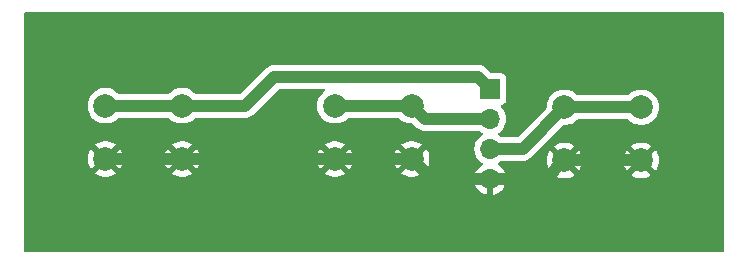
<source format=gbr>
%TF.GenerationSoftware,KiCad,Pcbnew,8.0.5*%
%TF.CreationDate,2025-05-30T10:51:22-05:00*%
%TF.ProjectId,ULACIT 2025 Button,554c4143-4954-4203-9230-323520427574,rev?*%
%TF.SameCoordinates,Original*%
%TF.FileFunction,Copper,L1,Top*%
%TF.FilePolarity,Positive*%
%FSLAX46Y46*%
G04 Gerber Fmt 4.6, Leading zero omitted, Abs format (unit mm)*
G04 Created by KiCad (PCBNEW 8.0.5) date 2025-05-30 10:51:22*
%MOMM*%
%LPD*%
G01*
G04 APERTURE LIST*
%TA.AperFunction,ComponentPad*%
%ADD10C,2.000000*%
%TD*%
%TA.AperFunction,ComponentPad*%
%ADD11R,1.700000X1.700000*%
%TD*%
%TA.AperFunction,ComponentPad*%
%ADD12O,1.700000X1.700000*%
%TD*%
%TA.AperFunction,Conductor*%
%ADD13C,1.000000*%
%TD*%
G04 APERTURE END LIST*
D10*
%TO.P,SW2,1,1*%
%TO.N,GND*%
X56209000Y-39588000D03*
X49709000Y-39588000D03*
%TO.P,SW2,2,2*%
%TO.N,Net-(J5-Pin_2)*%
X56209000Y-35088000D03*
X49709000Y-35088000D03*
%TD*%
%TO.P,SW3,1,1*%
%TO.N,GND*%
X75640000Y-39715000D03*
X69140000Y-39715000D03*
%TO.P,SW3,2,2*%
%TO.N,Net-(J5-Pin_3)*%
X75640000Y-35215000D03*
X69140000Y-35215000D03*
%TD*%
%TO.P,SW1,1,1*%
%TO.N,GND*%
X36778000Y-39588000D03*
X30278000Y-39588000D03*
%TO.P,SW1,2,2*%
%TO.N,Net-(J5-Pin_1)*%
X36778000Y-35088000D03*
X30278000Y-35088000D03*
%TD*%
D11*
%TO.P,J5,1,Pin_1*%
%TO.N,Net-(J5-Pin_1)*%
X62865000Y-33665000D03*
D12*
%TO.P,J5,2,Pin_2*%
%TO.N,Net-(J5-Pin_2)*%
X62865000Y-36205000D03*
%TO.P,J5,3,Pin_3*%
%TO.N,Net-(J5-Pin_3)*%
X62865000Y-38745000D03*
%TO.P,J5,4,Pin_4*%
%TO.N,GND*%
X62865000Y-41285000D03*
%TD*%
D13*
%TO.N,GND*%
X62865000Y-41285000D02*
X67570000Y-41285000D01*
X57906000Y-41285000D02*
X56209000Y-39588000D01*
X49709000Y-39588000D02*
X56209000Y-39588000D01*
X75640000Y-39715000D02*
X69140000Y-39715000D01*
X30278000Y-39588000D02*
X36778000Y-39588000D01*
X62865000Y-41285000D02*
X57906000Y-41285000D01*
X67570000Y-41285000D02*
X69140000Y-39715000D01*
X36778000Y-39588000D02*
X49709000Y-39588000D01*
%TO.N,Net-(J5-Pin_3)*%
X69140000Y-35215000D02*
X75640000Y-35215000D01*
X65610000Y-38745000D02*
X69140000Y-35215000D01*
X62865000Y-38745000D02*
X65610000Y-38745000D01*
%TO.N,Net-(J5-Pin_1)*%
X36778000Y-35088000D02*
X42128000Y-35088000D01*
X42128000Y-35088000D02*
X44577000Y-32639000D01*
X61839000Y-32639000D02*
X62865000Y-33665000D01*
X44577000Y-32639000D02*
X61839000Y-32639000D01*
X30278000Y-35088000D02*
X36778000Y-35088000D01*
%TO.N,Net-(J5-Pin_2)*%
X56209000Y-35088000D02*
X57326000Y-36205000D01*
X57326000Y-36205000D02*
X62865000Y-36205000D01*
X49709000Y-35088000D02*
X56209000Y-35088000D01*
%TD*%
%TA.AperFunction,Conductor*%
%TO.N,GND*%
G36*
X82602139Y-27190185D02*
G01*
X82647894Y-27242989D01*
X82659100Y-27294500D01*
X82659100Y-47330700D01*
X82639415Y-47397739D01*
X82586611Y-47443494D01*
X82535100Y-47454700D01*
X23484500Y-47454700D01*
X23417461Y-47435015D01*
X23371706Y-47382211D01*
X23360500Y-47330700D01*
X23360500Y-39587994D01*
X28772859Y-39587994D01*
X28772859Y-39588005D01*
X28793385Y-39835729D01*
X28793387Y-39835738D01*
X28854412Y-40076717D01*
X28954266Y-40304364D01*
X29054564Y-40457882D01*
X29754212Y-39758234D01*
X29765482Y-39800292D01*
X29837890Y-39925708D01*
X29940292Y-40028110D01*
X30065708Y-40100518D01*
X30107765Y-40111787D01*
X29407942Y-40811609D01*
X29454768Y-40848055D01*
X29454770Y-40848056D01*
X29673385Y-40966364D01*
X29673396Y-40966369D01*
X29908506Y-41047083D01*
X30153707Y-41088000D01*
X30402293Y-41088000D01*
X30647493Y-41047083D01*
X30882603Y-40966369D01*
X30882614Y-40966364D01*
X31101228Y-40848057D01*
X31101231Y-40848055D01*
X31148056Y-40811609D01*
X30448234Y-40111787D01*
X30490292Y-40100518D01*
X30615708Y-40028110D01*
X30718110Y-39925708D01*
X30790518Y-39800292D01*
X30801787Y-39758235D01*
X31501434Y-40457882D01*
X31601731Y-40304369D01*
X31701587Y-40076717D01*
X31762612Y-39835738D01*
X31762614Y-39835729D01*
X31783141Y-39588005D01*
X31783141Y-39587994D01*
X35272859Y-39587994D01*
X35272859Y-39588005D01*
X35293385Y-39835729D01*
X35293387Y-39835738D01*
X35354412Y-40076717D01*
X35454266Y-40304364D01*
X35554564Y-40457882D01*
X36254212Y-39758234D01*
X36265482Y-39800292D01*
X36337890Y-39925708D01*
X36440292Y-40028110D01*
X36565708Y-40100518D01*
X36607765Y-40111787D01*
X35907942Y-40811609D01*
X35954768Y-40848055D01*
X35954770Y-40848056D01*
X36173385Y-40966364D01*
X36173396Y-40966369D01*
X36408506Y-41047083D01*
X36653707Y-41088000D01*
X36902293Y-41088000D01*
X37147493Y-41047083D01*
X37382603Y-40966369D01*
X37382614Y-40966364D01*
X37601228Y-40848057D01*
X37601231Y-40848055D01*
X37648056Y-40811609D01*
X36948234Y-40111787D01*
X36990292Y-40100518D01*
X37115708Y-40028110D01*
X37218110Y-39925708D01*
X37290518Y-39800292D01*
X37301787Y-39758234D01*
X38001434Y-40457882D01*
X38101731Y-40304369D01*
X38201587Y-40076717D01*
X38262612Y-39835738D01*
X38262614Y-39835729D01*
X38283141Y-39588005D01*
X38283141Y-39587994D01*
X48203859Y-39587994D01*
X48203859Y-39588005D01*
X48224385Y-39835729D01*
X48224387Y-39835738D01*
X48285412Y-40076717D01*
X48385266Y-40304364D01*
X48485564Y-40457882D01*
X49185212Y-39758234D01*
X49196482Y-39800292D01*
X49268890Y-39925708D01*
X49371292Y-40028110D01*
X49496708Y-40100518D01*
X49538765Y-40111787D01*
X48838942Y-40811609D01*
X48885768Y-40848055D01*
X48885770Y-40848056D01*
X49104385Y-40966364D01*
X49104396Y-40966369D01*
X49339506Y-41047083D01*
X49584707Y-41088000D01*
X49833293Y-41088000D01*
X50078493Y-41047083D01*
X50313603Y-40966369D01*
X50313614Y-40966364D01*
X50532228Y-40848057D01*
X50532231Y-40848055D01*
X50579056Y-40811609D01*
X49879234Y-40111787D01*
X49921292Y-40100518D01*
X50046708Y-40028110D01*
X50149110Y-39925708D01*
X50221518Y-39800292D01*
X50232787Y-39758235D01*
X50932434Y-40457882D01*
X51032731Y-40304369D01*
X51132587Y-40076717D01*
X51193612Y-39835738D01*
X51193614Y-39835729D01*
X51214141Y-39588005D01*
X51214141Y-39587994D01*
X54703859Y-39587994D01*
X54703859Y-39588005D01*
X54724385Y-39835729D01*
X54724387Y-39835738D01*
X54785412Y-40076717D01*
X54885266Y-40304364D01*
X54985564Y-40457882D01*
X55685212Y-39758234D01*
X55696482Y-39800292D01*
X55768890Y-39925708D01*
X55871292Y-40028110D01*
X55996708Y-40100518D01*
X56038765Y-40111787D01*
X55338942Y-40811609D01*
X55385768Y-40848055D01*
X55385770Y-40848056D01*
X55604385Y-40966364D01*
X55604396Y-40966369D01*
X55839506Y-41047083D01*
X56084707Y-41088000D01*
X56333293Y-41088000D01*
X56578493Y-41047083D01*
X56813603Y-40966369D01*
X56813614Y-40966364D01*
X57032228Y-40848057D01*
X57032231Y-40848055D01*
X57079056Y-40811609D01*
X56379234Y-40111787D01*
X56421292Y-40100518D01*
X56546708Y-40028110D01*
X56649110Y-39925708D01*
X56721518Y-39800292D01*
X56732787Y-39758235D01*
X57432434Y-40457882D01*
X57532731Y-40304369D01*
X57632587Y-40076717D01*
X57693612Y-39835738D01*
X57693614Y-39835729D01*
X57714141Y-39588005D01*
X57714141Y-39587994D01*
X57693614Y-39340270D01*
X57693612Y-39340261D01*
X57632587Y-39099282D01*
X57532731Y-38871630D01*
X57432434Y-38718116D01*
X56732787Y-39417764D01*
X56721518Y-39375708D01*
X56649110Y-39250292D01*
X56546708Y-39147890D01*
X56421292Y-39075482D01*
X56379235Y-39064212D01*
X57079057Y-38364390D01*
X57079056Y-38364389D01*
X57032229Y-38327943D01*
X56813614Y-38209635D01*
X56813603Y-38209630D01*
X56578493Y-38128916D01*
X56333293Y-38088000D01*
X56084707Y-38088000D01*
X55839506Y-38128916D01*
X55604396Y-38209630D01*
X55604390Y-38209632D01*
X55385761Y-38327949D01*
X55338942Y-38364388D01*
X55338942Y-38364390D01*
X56038765Y-39064212D01*
X55996708Y-39075482D01*
X55871292Y-39147890D01*
X55768890Y-39250292D01*
X55696482Y-39375708D01*
X55685212Y-39417764D01*
X54985564Y-38718116D01*
X54885267Y-38871632D01*
X54785412Y-39099282D01*
X54724387Y-39340261D01*
X54724385Y-39340270D01*
X54703859Y-39587994D01*
X51214141Y-39587994D01*
X51193614Y-39340270D01*
X51193612Y-39340261D01*
X51132587Y-39099282D01*
X51032731Y-38871630D01*
X50932434Y-38718116D01*
X50232787Y-39417764D01*
X50221518Y-39375708D01*
X50149110Y-39250292D01*
X50046708Y-39147890D01*
X49921292Y-39075482D01*
X49879235Y-39064212D01*
X50579057Y-38364390D01*
X50579056Y-38364389D01*
X50532229Y-38327943D01*
X50313614Y-38209635D01*
X50313603Y-38209630D01*
X50078493Y-38128916D01*
X49833293Y-38088000D01*
X49584707Y-38088000D01*
X49339506Y-38128916D01*
X49104396Y-38209630D01*
X49104390Y-38209632D01*
X48885761Y-38327949D01*
X48838942Y-38364388D01*
X48838942Y-38364390D01*
X49538765Y-39064212D01*
X49496708Y-39075482D01*
X49371292Y-39147890D01*
X49268890Y-39250292D01*
X49196482Y-39375708D01*
X49185212Y-39417764D01*
X48485564Y-38718116D01*
X48385267Y-38871632D01*
X48285412Y-39099282D01*
X48224387Y-39340261D01*
X48224385Y-39340270D01*
X48203859Y-39587994D01*
X38283141Y-39587994D01*
X38262614Y-39340270D01*
X38262612Y-39340261D01*
X38201587Y-39099282D01*
X38101731Y-38871630D01*
X38001434Y-38718116D01*
X37301787Y-39417764D01*
X37290518Y-39375708D01*
X37218110Y-39250292D01*
X37115708Y-39147890D01*
X36990292Y-39075482D01*
X36948235Y-39064212D01*
X37648057Y-38364390D01*
X37648056Y-38364389D01*
X37601229Y-38327943D01*
X37382614Y-38209635D01*
X37382603Y-38209630D01*
X37147493Y-38128916D01*
X36902293Y-38088000D01*
X36653707Y-38088000D01*
X36408506Y-38128916D01*
X36173396Y-38209630D01*
X36173390Y-38209632D01*
X35954761Y-38327949D01*
X35907942Y-38364388D01*
X35907942Y-38364390D01*
X36607765Y-39064212D01*
X36565708Y-39075482D01*
X36440292Y-39147890D01*
X36337890Y-39250292D01*
X36265482Y-39375708D01*
X36254212Y-39417764D01*
X35554564Y-38718116D01*
X35454267Y-38871632D01*
X35354412Y-39099282D01*
X35293387Y-39340261D01*
X35293385Y-39340270D01*
X35272859Y-39587994D01*
X31783141Y-39587994D01*
X31762614Y-39340270D01*
X31762612Y-39340261D01*
X31701587Y-39099282D01*
X31601731Y-38871630D01*
X31501434Y-38718116D01*
X30801787Y-39417764D01*
X30790518Y-39375708D01*
X30718110Y-39250292D01*
X30615708Y-39147890D01*
X30490292Y-39075482D01*
X30448235Y-39064212D01*
X31148057Y-38364390D01*
X31148056Y-38364389D01*
X31101229Y-38327943D01*
X30882614Y-38209635D01*
X30882603Y-38209630D01*
X30647493Y-38128916D01*
X30402293Y-38088000D01*
X30153707Y-38088000D01*
X29908506Y-38128916D01*
X29673396Y-38209630D01*
X29673390Y-38209632D01*
X29454761Y-38327949D01*
X29407942Y-38364388D01*
X29407942Y-38364390D01*
X30107765Y-39064212D01*
X30065708Y-39075482D01*
X29940292Y-39147890D01*
X29837890Y-39250292D01*
X29765482Y-39375708D01*
X29754212Y-39417764D01*
X29054564Y-38718116D01*
X28954267Y-38871632D01*
X28854412Y-39099282D01*
X28793387Y-39340261D01*
X28793385Y-39340270D01*
X28772859Y-39587994D01*
X23360500Y-39587994D01*
X23360500Y-35087994D01*
X28772357Y-35087994D01*
X28772357Y-35088005D01*
X28792890Y-35335812D01*
X28792892Y-35335824D01*
X28853936Y-35576881D01*
X28953826Y-35804606D01*
X29089833Y-36012782D01*
X29089836Y-36012785D01*
X29258256Y-36195738D01*
X29454491Y-36348474D01*
X29673190Y-36466828D01*
X29908386Y-36547571D01*
X30153665Y-36588500D01*
X30402335Y-36588500D01*
X30647614Y-36547571D01*
X30882810Y-36466828D01*
X31101509Y-36348474D01*
X31297744Y-36195738D01*
X31322194Y-36169177D01*
X31359626Y-36128517D01*
X31419513Y-36092526D01*
X31450855Y-36088500D01*
X35605145Y-36088500D01*
X35672184Y-36108185D01*
X35696374Y-36128517D01*
X35758252Y-36195734D01*
X35758256Y-36195738D01*
X35954491Y-36348474D01*
X36173190Y-36466828D01*
X36408386Y-36547571D01*
X36653665Y-36588500D01*
X36902335Y-36588500D01*
X37147614Y-36547571D01*
X37382810Y-36466828D01*
X37601509Y-36348474D01*
X37797744Y-36195738D01*
X37822194Y-36169177D01*
X37859626Y-36128517D01*
X37919513Y-36092526D01*
X37950855Y-36088500D01*
X42226542Y-36088500D01*
X42245870Y-36084655D01*
X42323188Y-36069275D01*
X42419836Y-36050051D01*
X42473165Y-36027961D01*
X42601914Y-35974632D01*
X42765782Y-35865139D01*
X42905139Y-35725782D01*
X42905140Y-35725779D01*
X42912206Y-35718714D01*
X42912208Y-35718710D01*
X44955101Y-33675819D01*
X45016424Y-33642334D01*
X45042782Y-33639500D01*
X48765868Y-33639500D01*
X48832907Y-33659185D01*
X48878662Y-33711989D01*
X48888606Y-33781147D01*
X48859581Y-33844703D01*
X48842035Y-33861348D01*
X48722324Y-33954524D01*
X48689257Y-33980261D01*
X48520833Y-34163217D01*
X48384826Y-34371393D01*
X48284936Y-34599118D01*
X48223892Y-34840175D01*
X48223890Y-34840187D01*
X48203357Y-35087994D01*
X48203357Y-35088005D01*
X48223890Y-35335812D01*
X48223892Y-35335824D01*
X48284936Y-35576881D01*
X48384826Y-35804606D01*
X48520833Y-36012782D01*
X48520836Y-36012785D01*
X48689256Y-36195738D01*
X48885491Y-36348474D01*
X49104190Y-36466828D01*
X49339386Y-36547571D01*
X49584665Y-36588500D01*
X49833335Y-36588500D01*
X50078614Y-36547571D01*
X50313810Y-36466828D01*
X50532509Y-36348474D01*
X50728744Y-36195738D01*
X50753194Y-36169177D01*
X50790626Y-36128517D01*
X50850513Y-36092526D01*
X50881855Y-36088500D01*
X55036145Y-36088500D01*
X55103184Y-36108185D01*
X55127374Y-36128517D01*
X55189252Y-36195734D01*
X55189256Y-36195738D01*
X55385491Y-36348474D01*
X55604190Y-36466828D01*
X55839386Y-36547571D01*
X56084665Y-36588500D01*
X56243217Y-36588500D01*
X56310256Y-36608185D01*
X56330898Y-36624819D01*
X56688215Y-36982137D01*
X56688219Y-36982140D01*
X56852079Y-37091628D01*
X56852085Y-37091631D01*
X56852086Y-37091632D01*
X57034165Y-37167052D01*
X57227455Y-37205500D01*
X57227458Y-37205501D01*
X57227460Y-37205501D01*
X57430655Y-37205501D01*
X57430675Y-37205500D01*
X61904242Y-37205500D01*
X61971281Y-37225185D01*
X61991923Y-37241819D01*
X61993597Y-37243493D01*
X61993603Y-37243498D01*
X62179158Y-37373425D01*
X62222783Y-37428002D01*
X62229977Y-37497500D01*
X62198454Y-37559855D01*
X62179158Y-37576575D01*
X61993597Y-37706505D01*
X61826505Y-37873597D01*
X61690965Y-38067169D01*
X61690964Y-38067171D01*
X61591098Y-38281335D01*
X61591094Y-38281344D01*
X61529938Y-38509586D01*
X61529936Y-38509596D01*
X61509341Y-38744999D01*
X61509341Y-38745000D01*
X61529936Y-38980403D01*
X61529938Y-38980413D01*
X61591094Y-39208655D01*
X61591096Y-39208659D01*
X61591097Y-39208663D01*
X61669730Y-39377292D01*
X61690965Y-39422830D01*
X61690967Y-39422834D01*
X61826501Y-39616395D01*
X61826506Y-39616402D01*
X61993597Y-39783493D01*
X61993603Y-39783498D01*
X62179594Y-39913730D01*
X62223219Y-39968307D01*
X62230413Y-40037805D01*
X62198890Y-40100160D01*
X62179595Y-40116880D01*
X61993922Y-40246890D01*
X61993920Y-40246891D01*
X61826891Y-40413920D01*
X61826886Y-40413926D01*
X61691400Y-40607420D01*
X61691399Y-40607422D01*
X61591570Y-40821507D01*
X61591567Y-40821513D01*
X61534364Y-41034999D01*
X61534364Y-41035000D01*
X62431988Y-41035000D01*
X62399075Y-41092007D01*
X62365000Y-41219174D01*
X62365000Y-41350826D01*
X62399075Y-41477993D01*
X62431988Y-41535000D01*
X61534364Y-41535000D01*
X61591567Y-41748486D01*
X61591570Y-41748492D01*
X61691399Y-41962578D01*
X61826894Y-42156082D01*
X61993917Y-42323105D01*
X62187421Y-42458600D01*
X62401507Y-42558429D01*
X62401516Y-42558433D01*
X62615000Y-42615634D01*
X62615000Y-41718012D01*
X62672007Y-41750925D01*
X62799174Y-41785000D01*
X62930826Y-41785000D01*
X63057993Y-41750925D01*
X63115000Y-41718012D01*
X63115000Y-42615633D01*
X63328483Y-42558433D01*
X63328492Y-42558429D01*
X63542578Y-42458600D01*
X63736082Y-42323105D01*
X63903105Y-42156082D01*
X64038600Y-41962578D01*
X64138429Y-41748492D01*
X64138432Y-41748486D01*
X64195636Y-41535000D01*
X63298012Y-41535000D01*
X63330925Y-41477993D01*
X63365000Y-41350826D01*
X63365000Y-41219174D01*
X63330925Y-41092007D01*
X63298012Y-41035000D01*
X64195636Y-41035000D01*
X64195635Y-41034999D01*
X64138432Y-40821513D01*
X64138429Y-40821507D01*
X64038600Y-40607422D01*
X64038599Y-40607420D01*
X63903113Y-40413926D01*
X63903108Y-40413920D01*
X63736078Y-40246890D01*
X63550405Y-40116879D01*
X63506780Y-40062302D01*
X63499588Y-39992804D01*
X63531110Y-39930449D01*
X63550406Y-39913730D01*
X63730811Y-39787409D01*
X63736401Y-39783495D01*
X63738077Y-39781819D01*
X63738995Y-39781317D01*
X63740544Y-39780018D01*
X63740805Y-39780329D01*
X63799400Y-39748334D01*
X63825758Y-39745500D01*
X65708542Y-39745500D01*
X65727870Y-39741655D01*
X65805188Y-39726275D01*
X65861903Y-39714994D01*
X67634859Y-39714994D01*
X67634859Y-39715005D01*
X67655385Y-39962729D01*
X67655387Y-39962738D01*
X67716412Y-40203717D01*
X67816266Y-40431364D01*
X67916564Y-40584882D01*
X68616212Y-39885234D01*
X68627482Y-39927292D01*
X68699890Y-40052708D01*
X68802292Y-40155110D01*
X68927708Y-40227518D01*
X68969765Y-40238787D01*
X68269942Y-40938609D01*
X68316768Y-40975055D01*
X68316770Y-40975056D01*
X68535385Y-41093364D01*
X68535396Y-41093369D01*
X68770506Y-41174083D01*
X69015707Y-41215000D01*
X69264293Y-41215000D01*
X69509493Y-41174083D01*
X69744603Y-41093369D01*
X69744614Y-41093364D01*
X69963228Y-40975057D01*
X69963231Y-40975055D01*
X70010056Y-40938609D01*
X69310234Y-40238787D01*
X69352292Y-40227518D01*
X69477708Y-40155110D01*
X69580110Y-40052708D01*
X69652518Y-39927292D01*
X69663787Y-39885234D01*
X70363434Y-40584882D01*
X70463731Y-40431369D01*
X70563587Y-40203717D01*
X70624612Y-39962738D01*
X70624614Y-39962729D01*
X70645141Y-39715005D01*
X70645141Y-39714994D01*
X74134859Y-39714994D01*
X74134859Y-39715005D01*
X74155385Y-39962729D01*
X74155387Y-39962738D01*
X74216412Y-40203717D01*
X74316266Y-40431364D01*
X74416564Y-40584882D01*
X75116212Y-39885234D01*
X75127482Y-39927292D01*
X75199890Y-40052708D01*
X75302292Y-40155110D01*
X75427708Y-40227518D01*
X75469765Y-40238787D01*
X74769942Y-40938609D01*
X74816768Y-40975055D01*
X74816770Y-40975056D01*
X75035385Y-41093364D01*
X75035396Y-41093369D01*
X75270506Y-41174083D01*
X75515707Y-41215000D01*
X75764293Y-41215000D01*
X76009493Y-41174083D01*
X76244603Y-41093369D01*
X76244614Y-41093364D01*
X76463228Y-40975057D01*
X76463231Y-40975055D01*
X76510056Y-40938609D01*
X75810234Y-40238787D01*
X75852292Y-40227518D01*
X75977708Y-40155110D01*
X76080110Y-40052708D01*
X76152518Y-39927292D01*
X76163787Y-39885234D01*
X76863434Y-40584882D01*
X76963731Y-40431369D01*
X77063587Y-40203717D01*
X77124612Y-39962738D01*
X77124614Y-39962729D01*
X77145141Y-39715005D01*
X77145141Y-39714994D01*
X77124614Y-39467270D01*
X77124612Y-39467261D01*
X77063587Y-39226282D01*
X76963731Y-38998630D01*
X76863434Y-38845116D01*
X76163787Y-39544764D01*
X76152518Y-39502708D01*
X76080110Y-39377292D01*
X75977708Y-39274890D01*
X75852292Y-39202482D01*
X75810235Y-39191212D01*
X76510057Y-38491390D01*
X76510056Y-38491389D01*
X76463229Y-38454943D01*
X76244614Y-38336635D01*
X76244603Y-38336630D01*
X76009493Y-38255916D01*
X75764293Y-38215000D01*
X75515707Y-38215000D01*
X75270506Y-38255916D01*
X75035396Y-38336630D01*
X75035390Y-38336632D01*
X74816761Y-38454949D01*
X74769942Y-38491388D01*
X74769942Y-38491390D01*
X75469765Y-39191212D01*
X75427708Y-39202482D01*
X75302292Y-39274890D01*
X75199890Y-39377292D01*
X75127482Y-39502708D01*
X75116212Y-39544764D01*
X74416564Y-38845116D01*
X74316267Y-38998632D01*
X74216412Y-39226282D01*
X74155387Y-39467261D01*
X74155385Y-39467270D01*
X74134859Y-39714994D01*
X70645141Y-39714994D01*
X70624614Y-39467270D01*
X70624612Y-39467261D01*
X70563587Y-39226282D01*
X70463731Y-38998630D01*
X70363434Y-38845116D01*
X69663787Y-39544764D01*
X69652518Y-39502708D01*
X69580110Y-39377292D01*
X69477708Y-39274890D01*
X69352292Y-39202482D01*
X69310235Y-39191212D01*
X70010057Y-38491390D01*
X70010056Y-38491389D01*
X69963229Y-38454943D01*
X69744614Y-38336635D01*
X69744603Y-38336630D01*
X69509493Y-38255916D01*
X69264293Y-38215000D01*
X69015707Y-38215000D01*
X68770506Y-38255916D01*
X68535396Y-38336630D01*
X68535390Y-38336632D01*
X68316761Y-38454949D01*
X68269942Y-38491388D01*
X68269942Y-38491390D01*
X68969765Y-39191212D01*
X68927708Y-39202482D01*
X68802292Y-39274890D01*
X68699890Y-39377292D01*
X68627482Y-39502708D01*
X68616212Y-39544764D01*
X67916564Y-38845116D01*
X67816267Y-38998632D01*
X67716412Y-39226282D01*
X67655387Y-39467261D01*
X67655385Y-39467270D01*
X67634859Y-39714994D01*
X65861903Y-39714994D01*
X65901836Y-39707051D01*
X65955165Y-39684961D01*
X66083914Y-39631632D01*
X66247782Y-39522139D01*
X66387139Y-39382782D01*
X66387140Y-39382779D01*
X66394206Y-39375714D01*
X66394208Y-39375710D01*
X69018101Y-36751819D01*
X69079424Y-36718334D01*
X69105782Y-36715500D01*
X69264335Y-36715500D01*
X69509614Y-36674571D01*
X69744810Y-36593828D01*
X69963509Y-36475474D01*
X70159744Y-36322738D01*
X70184194Y-36296177D01*
X70221626Y-36255517D01*
X70281513Y-36219526D01*
X70312855Y-36215500D01*
X74467145Y-36215500D01*
X74534184Y-36235185D01*
X74558374Y-36255517D01*
X74620252Y-36322734D01*
X74620256Y-36322738D01*
X74816491Y-36475474D01*
X75035190Y-36593828D01*
X75270386Y-36674571D01*
X75515665Y-36715500D01*
X75764335Y-36715500D01*
X76009614Y-36674571D01*
X76244810Y-36593828D01*
X76463509Y-36475474D01*
X76659744Y-36322738D01*
X76828164Y-36139785D01*
X76964173Y-35931607D01*
X77064063Y-35703881D01*
X77125108Y-35462821D01*
X77125109Y-35462812D01*
X77145643Y-35215005D01*
X77145643Y-35214994D01*
X77125109Y-34967187D01*
X77125107Y-34967175D01*
X77064063Y-34726118D01*
X76964173Y-34498393D01*
X76828166Y-34290217D01*
X76721625Y-34174483D01*
X76659744Y-34107262D01*
X76463509Y-33954526D01*
X76463507Y-33954525D01*
X76463506Y-33954524D01*
X76244811Y-33836172D01*
X76244802Y-33836169D01*
X76009616Y-33755429D01*
X75764335Y-33714500D01*
X75515665Y-33714500D01*
X75270383Y-33755429D01*
X75035197Y-33836169D01*
X75035188Y-33836172D01*
X74816493Y-33954524D01*
X74620255Y-34107262D01*
X74620252Y-34107265D01*
X74558374Y-34174483D01*
X74498487Y-34210474D01*
X74467145Y-34214500D01*
X70312855Y-34214500D01*
X70245816Y-34194815D01*
X70221626Y-34174483D01*
X70159747Y-34107265D01*
X70159744Y-34107262D01*
X70129181Y-34083474D01*
X69963509Y-33954526D01*
X69963507Y-33954525D01*
X69963506Y-33954524D01*
X69744811Y-33836172D01*
X69744802Y-33836169D01*
X69509616Y-33755429D01*
X69264335Y-33714500D01*
X69015665Y-33714500D01*
X68770383Y-33755429D01*
X68535197Y-33836169D01*
X68535188Y-33836172D01*
X68316493Y-33954524D01*
X68120257Y-34107261D01*
X67951833Y-34290217D01*
X67815826Y-34498393D01*
X67715936Y-34726118D01*
X67654892Y-34967175D01*
X67654890Y-34967187D01*
X67634357Y-35214994D01*
X67634357Y-35215000D01*
X67636553Y-35241502D01*
X67622470Y-35309938D01*
X67600657Y-35339421D01*
X65231899Y-37708181D01*
X65170576Y-37741666D01*
X65144218Y-37744500D01*
X63825758Y-37744500D01*
X63758719Y-37724815D01*
X63738077Y-37708181D01*
X63736402Y-37706506D01*
X63736396Y-37706501D01*
X63550842Y-37576575D01*
X63507217Y-37521998D01*
X63500023Y-37452500D01*
X63531546Y-37390145D01*
X63550842Y-37373425D01*
X63573026Y-37357891D01*
X63736401Y-37243495D01*
X63903495Y-37076401D01*
X64039035Y-36882830D01*
X64138903Y-36668663D01*
X64200063Y-36440408D01*
X64220659Y-36205000D01*
X64200063Y-35969592D01*
X64138903Y-35741337D01*
X64039035Y-35527171D01*
X63903495Y-35333599D01*
X63781567Y-35211671D01*
X63748084Y-35150351D01*
X63753068Y-35080659D01*
X63794939Y-35024725D01*
X63825915Y-35007810D01*
X63957331Y-34958796D01*
X64072546Y-34872546D01*
X64158796Y-34757331D01*
X64209091Y-34622483D01*
X64215500Y-34562873D01*
X64215499Y-32767128D01*
X64209091Y-32707517D01*
X64158796Y-32572669D01*
X64158795Y-32572668D01*
X64158793Y-32572664D01*
X64072547Y-32457455D01*
X64072544Y-32457452D01*
X63957335Y-32371206D01*
X63957328Y-32371202D01*
X63822482Y-32320908D01*
X63822483Y-32320908D01*
X63762883Y-32314501D01*
X63762881Y-32314500D01*
X63762873Y-32314500D01*
X63762865Y-32314500D01*
X62980782Y-32314500D01*
X62913743Y-32294815D01*
X62893101Y-32278181D01*
X62620479Y-32005559D01*
X62620459Y-32005537D01*
X62476785Y-31861863D01*
X62476781Y-31861860D01*
X62312920Y-31752371D01*
X62312911Y-31752366D01*
X62240315Y-31722296D01*
X62184165Y-31699038D01*
X62130836Y-31676949D01*
X62130832Y-31676948D01*
X62130828Y-31676946D01*
X62034188Y-31657724D01*
X61937544Y-31638500D01*
X61937541Y-31638500D01*
X44478459Y-31638500D01*
X44478455Y-31638500D01*
X44381812Y-31657724D01*
X44285167Y-31676947D01*
X44285161Y-31676949D01*
X44231834Y-31699037D01*
X44231834Y-31699038D01*
X44186315Y-31717892D01*
X44103089Y-31752366D01*
X44103079Y-31752371D01*
X43939219Y-31861859D01*
X43869540Y-31931538D01*
X43799861Y-32001218D01*
X43799858Y-32001221D01*
X41749899Y-34051181D01*
X41688576Y-34084666D01*
X41662218Y-34087500D01*
X37950855Y-34087500D01*
X37883816Y-34067815D01*
X37859626Y-34047483D01*
X37797747Y-33980265D01*
X37797744Y-33980262D01*
X37612617Y-33836172D01*
X37601509Y-33827526D01*
X37601507Y-33827525D01*
X37601506Y-33827524D01*
X37382811Y-33709172D01*
X37382802Y-33709169D01*
X37147616Y-33628429D01*
X36902335Y-33587500D01*
X36653665Y-33587500D01*
X36408383Y-33628429D01*
X36173197Y-33709169D01*
X36173188Y-33709172D01*
X35954493Y-33827524D01*
X35758255Y-33980262D01*
X35758252Y-33980265D01*
X35696374Y-34047483D01*
X35636487Y-34083474D01*
X35605145Y-34087500D01*
X31450855Y-34087500D01*
X31383816Y-34067815D01*
X31359626Y-34047483D01*
X31297747Y-33980265D01*
X31297744Y-33980262D01*
X31112617Y-33836172D01*
X31101509Y-33827526D01*
X31101507Y-33827525D01*
X31101506Y-33827524D01*
X30882811Y-33709172D01*
X30882802Y-33709169D01*
X30647616Y-33628429D01*
X30402335Y-33587500D01*
X30153665Y-33587500D01*
X29908383Y-33628429D01*
X29673197Y-33709169D01*
X29673188Y-33709172D01*
X29454493Y-33827524D01*
X29258257Y-33980261D01*
X29089833Y-34163217D01*
X28953826Y-34371393D01*
X28853936Y-34599118D01*
X28792892Y-34840175D01*
X28792890Y-34840187D01*
X28772357Y-35087994D01*
X23360500Y-35087994D01*
X23360500Y-27294500D01*
X23380185Y-27227461D01*
X23432989Y-27181706D01*
X23484500Y-27170500D01*
X82535100Y-27170500D01*
X82602139Y-27190185D01*
G37*
%TD.AperFunction*%
%TD*%
M02*

</source>
